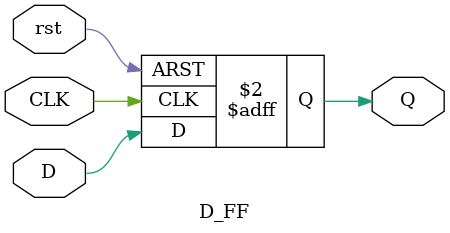
<source format=v>
module D_FF(D, rst, CLK, Q);

parameter WIDTH = 1;
input rst, CLK; 
input [WIDTH-1: 0] D;
output reg [WIDTH-1: 0] Q;

always @(posedge CLK, posedge rst) begin
    
    if(rst)begin
        Q <= 0; 
    end
    else begin
        Q <= D;
    end

end

endmodule
</source>
